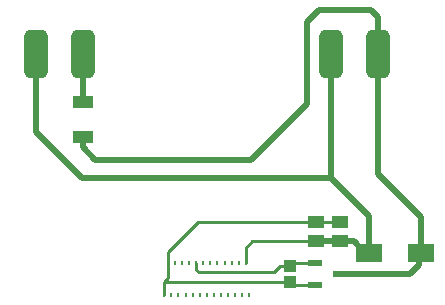
<source format=gtl>
G04*
G04 #@! TF.GenerationSoftware,Altium Limited,Altium Designer,24.3.1 (35)*
G04*
G04 Layer_Physical_Order=1*
G04 Layer_Color=255*
%FSLAX25Y25*%
%MOIN*%
G70*
G04*
G04 #@! TF.SameCoordinates,05016666-B24C-4A64-9E70-BB7523662D9D*
G04*
G04*
G04 #@! TF.FilePolarity,Positive*
G04*
G01*
G75*
%ADD11C,0.01000*%
%ADD14R,0.00906X0.01732*%
%ADD15R,0.00906X0.01339*%
%ADD16R,0.03937X0.04331*%
%ADD17R,0.05787X0.04016*%
%ADD18R,0.06890X0.03937*%
G04:AMPARAMS|DCode=19|XSize=78.74mil|YSize=161.42mil|CornerRadius=19.68mil|HoleSize=0mil|Usage=FLASHONLY|Rotation=0.000|XOffset=0mil|YOffset=0mil|HoleType=Round|Shape=RoundedRectangle|*
%AMROUNDEDRECTD19*
21,1,0.07874,0.12205,0,0,0.0*
21,1,0.03937,0.16142,0,0,0.0*
1,1,0.03937,0.01968,-0.06102*
1,1,0.03937,-0.01968,-0.06102*
1,1,0.03937,-0.01968,0.06102*
1,1,0.03937,0.01968,0.06102*
%
%ADD19ROUNDEDRECTD19*%
%ADD20R,0.05118X0.02362*%
%ADD21R,0.09055X0.06299*%
%ADD30C,0.02000*%
D11*
X70989Y6941D02*
X112500D01*
X71653Y8046D02*
Y13307D01*
Y16654D01*
X70731Y7199D02*
X70989Y6941D01*
X112500D02*
X113681Y5760D01*
X70472Y6941D02*
X71615Y8084D01*
X81650Y26650D02*
X121000D01*
X71653Y16654D02*
X81650Y26650D01*
X121000D02*
X129000D01*
X113681Y5760D02*
X120866D01*
X70472Y2441D02*
Y6941D01*
X81102Y10898D02*
Y13307D01*
Y10898D02*
X82000Y10000D01*
X106941D01*
X109000Y12059D02*
X112500D01*
X106941Y10000D02*
X109000Y12059D01*
X112500D02*
X113681Y13240D01*
X120866D01*
X99850Y20350D02*
X121000D01*
X97638Y18138D02*
X99850Y20350D01*
X137461Y16500D02*
X138839D01*
X97638Y13307D02*
Y18138D01*
D14*
X70472Y2441D02*
D03*
X72835D02*
D03*
X75197D02*
D03*
X77559D02*
D03*
X79921D02*
D03*
X82284D02*
D03*
X84646D02*
D03*
X87008D02*
D03*
X89370D02*
D03*
X91732D02*
D03*
X94095D02*
D03*
X96457D02*
D03*
X98819D02*
D03*
D15*
X71653Y13307D02*
D03*
X74016D02*
D03*
X76378D02*
D03*
X78740D02*
D03*
X81102D02*
D03*
X83465D02*
D03*
X85827D02*
D03*
X88189D02*
D03*
X90551D02*
D03*
X92913D02*
D03*
X95276D02*
D03*
X97638D02*
D03*
D16*
X112500Y12059D02*
D03*
Y6941D02*
D03*
D17*
X121000Y26650D02*
D03*
Y20350D02*
D03*
X129000Y26650D02*
D03*
Y20350D02*
D03*
D18*
X43307Y66905D02*
D03*
Y55094D02*
D03*
D19*
X125984Y82677D02*
D03*
X141732D02*
D03*
X43307D02*
D03*
X27559D02*
D03*
D20*
X129134Y9500D02*
D03*
X120866Y5760D02*
D03*
Y13240D02*
D03*
D21*
X138839Y16500D02*
D03*
X156161D02*
D03*
D30*
X43307Y51693D02*
Y55094D01*
Y66693D02*
Y82677D01*
X129134Y9500D02*
X152500D01*
X155436Y12436D01*
X43000Y41500D02*
X125969D01*
X125984Y41516D01*
X121000Y20350D02*
X129000D01*
X156161Y16500D02*
Y28339D01*
X141732Y42768D02*
X156161Y28339D01*
X141732Y42768D02*
Y82677D01*
Y95268D01*
X138839Y16500D02*
Y28661D01*
X125984Y41516D02*
Y82677D01*
Y41516D02*
X138839Y28661D01*
X154783Y16500D02*
X156161D01*
X155436Y12436D02*
Y15775D01*
X133610Y20350D02*
X137461Y16500D01*
X129000Y20350D02*
X133610D01*
X27559Y56941D02*
X43000Y41500D01*
X118000Y66000D02*
Y93500D01*
X47500Y47500D02*
X99500D01*
X118000Y66000D01*
X27559Y56941D02*
Y82677D01*
X43307Y51693D02*
X47500Y47500D01*
X122000Y97500D02*
X139500D01*
X118000Y93500D02*
X122000Y97500D01*
X139500D02*
X141732Y95268D01*
M02*

</source>
